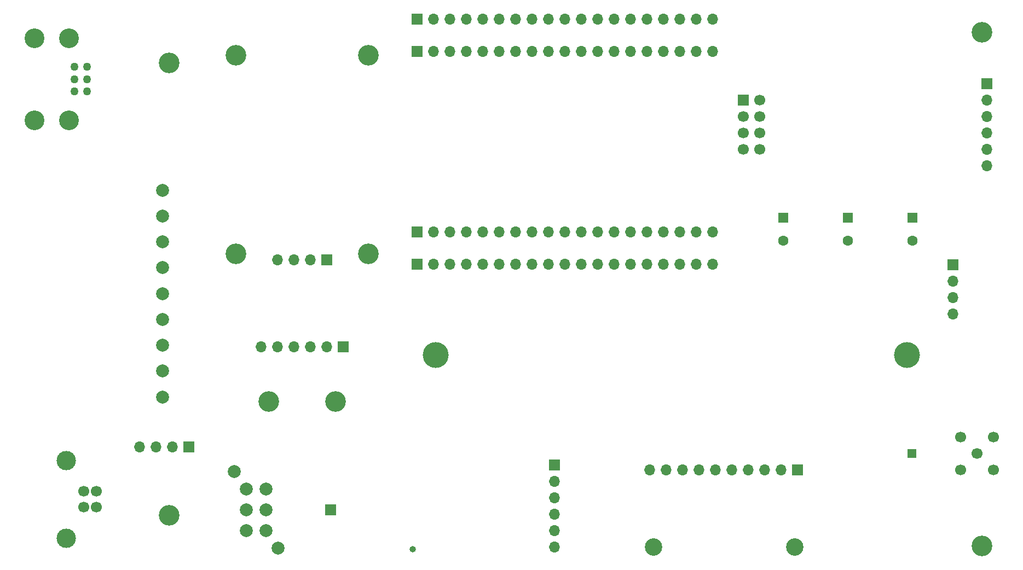
<source format=gbr>
%TF.GenerationSoftware,KiCad,Pcbnew,8.0.3*%
%TF.CreationDate,2024-06-28T16:04:17+02:00*%
%TF.ProjectId,3.3v radio with battery,332e3376-2072-4616-9469-6f2077697468,rev?*%
%TF.SameCoordinates,Original*%
%TF.FileFunction,Soldermask,Top*%
%TF.FilePolarity,Negative*%
%FSLAX46Y46*%
G04 Gerber Fmt 4.6, Leading zero omitted, Abs format (unit mm)*
G04 Created by KiCad (PCBNEW 8.0.3) date 2024-06-28 16:04:17*
%MOMM*%
%LPD*%
G01*
G04 APERTURE LIST*
%ADD10C,2.000000*%
%ADD11R,1.700000X1.700000*%
%ADD12O,1.700000X1.700000*%
%ADD13C,3.200000*%
%ADD14O,1.000000X1.000000*%
%ADD15R,1.600000X1.600000*%
%ADD16C,1.600000*%
%ADD17C,3.000000*%
%ADD18C,1.700000*%
%ADD19R,1.350000X1.350000*%
%ADD20C,4.000000*%
%ADD21C,2.700000*%
%ADD22C,3.048000*%
%ADD23C,1.270000*%
G04 APERTURE END LIST*
D10*
%TO.C,U6*%
X106606000Y-121964000D03*
X113406000Y-133764000D03*
X108506000Y-124664000D03*
X111506000Y-124664000D03*
X108506000Y-127864000D03*
X111506000Y-127864000D03*
X108506000Y-131064000D03*
X111506000Y-131064000D03*
%TD*%
D11*
%TO.C,Oled_screen1*%
X217764500Y-89926000D03*
D12*
X217764500Y-92466000D03*
X217764500Y-95006000D03*
X217764500Y-97546000D03*
%TD*%
D10*
%TO.C,U2*%
X95581500Y-110387625D03*
X95581500Y-106387625D03*
X95581500Y-102387625D03*
X95581500Y-98387625D03*
X95581500Y-94387625D03*
X95581500Y-90387625D03*
X95581500Y-86387625D03*
X95581500Y-82387625D03*
X95581500Y-78387625D03*
%TD*%
D13*
%TO.C,REF\u002A\u002A*%
X222250000Y-53975000D03*
%TD*%
D11*
%TO.C,U3*%
X156194000Y-120912500D03*
D12*
X156194000Y-123452500D03*
X156194000Y-125992500D03*
X156194000Y-128532500D03*
X156194000Y-131072500D03*
X156194000Y-133612500D03*
D14*
X134223000Y-133992500D03*
%TD*%
D15*
%TO.C,C1*%
X191516000Y-82675349D03*
D16*
X191516000Y-86175349D03*
%TD*%
D17*
%TO.C,U4*%
X80602000Y-120206000D03*
X80602000Y-132246000D03*
D18*
X85312000Y-124976000D03*
X83312000Y-124976000D03*
X83312000Y-127476000D03*
X85312000Y-127476000D03*
%TD*%
D13*
%TO.C,GPS1*%
X106890000Y-88248000D03*
X127390000Y-88248000D03*
X106890000Y-57548000D03*
X127390000Y-57548000D03*
D11*
X120950000Y-89148000D03*
D12*
X118410000Y-89148000D03*
X115870000Y-89148000D03*
X113330000Y-89148000D03*
%TD*%
D18*
%TO.C,REF\u002A\u002A*%
X224047000Y-116576000D03*
X218947000Y-116576000D03*
X224047000Y-121676000D03*
X218947000Y-121676000D03*
X221497000Y-119126000D03*
%TD*%
D11*
%TO.C,NRF1*%
X223078000Y-61946000D03*
D12*
X223078000Y-64486000D03*
X223078000Y-67026000D03*
X223078000Y-69566000D03*
X223078000Y-72106000D03*
X223078000Y-74646000D03*
D11*
X185340000Y-64486000D03*
D18*
X187880000Y-64486000D03*
X185340000Y-67026000D03*
X187880000Y-67026000D03*
X185340000Y-69566000D03*
X187880000Y-69566000D03*
X185340000Y-72106000D03*
X187880000Y-72106000D03*
%TD*%
D13*
%TO.C,REF\u002A\u002A*%
X222250000Y-133477000D03*
%TD*%
D11*
%TO.C,J1*%
X99568000Y-118110000D03*
D12*
X97028000Y-118110000D03*
X94488000Y-118110000D03*
X91948000Y-118110000D03*
%TD*%
D15*
%TO.C,C2*%
X201516000Y-82675349D03*
D16*
X201516000Y-86175349D03*
%TD*%
D19*
%TO.C,SMA ANTENNA*%
X211488000Y-119126000D03*
%TD*%
D20*
%TO.C,U5*%
X137794000Y-103886000D03*
X210694000Y-103886000D03*
%TD*%
D21*
%TO.C,MPU1*%
X193294000Y-133604000D03*
X171450000Y-133604000D03*
D11*
X193751000Y-121666000D03*
D12*
X191211000Y-121666000D03*
X188671000Y-121666000D03*
X186131000Y-121666000D03*
X183591000Y-121666000D03*
X181051000Y-121666000D03*
X178511000Y-121666000D03*
X175971000Y-121666000D03*
X173431000Y-121666000D03*
X170891000Y-121666000D03*
%TD*%
D15*
%TO.C,C3*%
X211516000Y-82675349D03*
D16*
X211516000Y-86175349D03*
%TD*%
D11*
%TO.C,ESP32-WROOM-32U1*%
X134874000Y-89836000D03*
X134874000Y-84836000D03*
D12*
X137414000Y-89836000D03*
X137414000Y-84836000D03*
X139954000Y-89836000D03*
X139954000Y-84836000D03*
X142494000Y-89836000D03*
X142494000Y-84836000D03*
X145034000Y-89836000D03*
X145034000Y-84836000D03*
X147574000Y-89836000D03*
X147574000Y-84836000D03*
X150114000Y-89836000D03*
X150114000Y-84836000D03*
X152654000Y-89836000D03*
X152654000Y-84836000D03*
X155194000Y-89836000D03*
X155194000Y-84836000D03*
X157734000Y-89836000D03*
X157734000Y-84836000D03*
X160274000Y-89836000D03*
X160274000Y-84836000D03*
X162814000Y-89836000D03*
X162814000Y-84836000D03*
X165354000Y-89836000D03*
X165354000Y-84836000D03*
X167894000Y-89836000D03*
X167894000Y-84836000D03*
X170434000Y-89836000D03*
X170434000Y-84836000D03*
X172974000Y-89836000D03*
X172974000Y-84836000D03*
X175514000Y-89836000D03*
X175514000Y-84836000D03*
X178054000Y-89836000D03*
X178054000Y-84836000D03*
X180594000Y-89836000D03*
X180594000Y-84836000D03*
D11*
X134874000Y-56896000D03*
X134874000Y-51896000D03*
D12*
X137414000Y-56896000D03*
X137414000Y-51896000D03*
X139954000Y-56896000D03*
X139954000Y-51896000D03*
X142494000Y-56896000D03*
X142494000Y-51896000D03*
X145034000Y-56896000D03*
X145034000Y-51896000D03*
X147574000Y-56896000D03*
X147574000Y-51896000D03*
X150114000Y-56896000D03*
X150114000Y-51896000D03*
X152654000Y-56896000D03*
X152654000Y-51896000D03*
X155194000Y-56896000D03*
X155194000Y-51896000D03*
X157734000Y-56896000D03*
X157734000Y-51896000D03*
X160274000Y-56896000D03*
X160274000Y-51896000D03*
X162814000Y-56896000D03*
X162814000Y-51896000D03*
X165354000Y-56896000D03*
X165354000Y-51896000D03*
X167894000Y-56896000D03*
X167894000Y-51896000D03*
X170434000Y-56896000D03*
X170434000Y-51896000D03*
X172974000Y-56896000D03*
X172974000Y-51896000D03*
X175514000Y-56896000D03*
X175514000Y-51896000D03*
X178054000Y-56896000D03*
X178054000Y-51896000D03*
X180594000Y-56896000D03*
X180594000Y-51896000D03*
%TD*%
D13*
%TO.C,U7*%
X122340000Y-111098000D03*
X111940000Y-111098000D03*
D11*
X123490000Y-102648000D03*
D12*
X120950000Y-102648000D03*
X118410000Y-102648000D03*
X115870000Y-102648000D03*
X113330000Y-102648000D03*
X110790000Y-102648000D03*
%TD*%
D13*
%TO.C,REF\u002A\u002A*%
X96520000Y-58726000D03*
%TD*%
%TO.C,REF\u002A\u002A*%
X96520000Y-128726000D03*
%TD*%
D22*
%TO.C,U1*%
X75692000Y-67576000D03*
X81026000Y-67576000D03*
X75692000Y-54876000D03*
X81026000Y-54876000D03*
D23*
X83820000Y-59321000D03*
X81915000Y-59321000D03*
X83820000Y-61226000D03*
X81915000Y-61226000D03*
X83820000Y-63131000D03*
X81915000Y-63131000D03*
%TD*%
D11*
%TO.C,TP1*%
X121506000Y-127864000D03*
%TD*%
M02*

</source>
